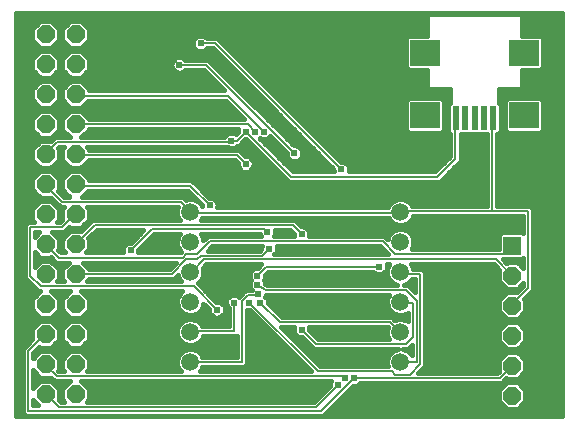
<source format=gbl>
G75*
G70*
%OFA0B0*%
%FSLAX24Y24*%
%IPPOS*%
%LPD*%
%AMOC8*
5,1,8,0,0,1.08239X$1,22.5*
%
%ADD10C,0.0594*%
%ADD11R,0.0984X0.0866*%
%ADD12R,0.0197X0.0787*%
%ADD13OC8,0.0600*%
%ADD14R,0.0600X0.0600*%
%ADD15C,0.0060*%
%ADD16C,0.0240*%
%ADD17C,0.0070*%
%ADD18C,0.0160*%
D10*
X006341Y002250D03*
X006341Y003250D03*
X006341Y004250D03*
X006341Y005250D03*
X006341Y006250D03*
X006341Y007250D03*
X013341Y007250D03*
X013341Y006250D03*
X013341Y005250D03*
X013341Y004250D03*
X013341Y003250D03*
X013341Y002250D03*
D11*
X014158Y010475D03*
X014158Y012562D03*
X017465Y012562D03*
X017465Y010475D03*
D12*
X016442Y010377D03*
X016127Y010377D03*
X015812Y010377D03*
X015497Y010377D03*
X015182Y010377D03*
D13*
X017066Y005134D03*
X017066Y004134D03*
X017066Y003134D03*
X017066Y002134D03*
X017066Y001134D03*
X002517Y001174D03*
X001517Y001174D03*
X001517Y002174D03*
X002517Y002174D03*
X002517Y003174D03*
X001517Y003174D03*
X001517Y004174D03*
X002517Y004174D03*
X002517Y005174D03*
X001517Y005174D03*
X001517Y006174D03*
X002517Y006174D03*
X002517Y007174D03*
X001517Y007174D03*
X001517Y008174D03*
X002517Y008174D03*
X002517Y009174D03*
X001517Y009174D03*
X001517Y010174D03*
X002517Y010174D03*
X002517Y011174D03*
X001517Y011174D03*
X001517Y012174D03*
X002517Y012174D03*
X002517Y013174D03*
X001517Y013174D03*
D14*
X017066Y006134D03*
D15*
X017066Y006094D01*
X016826Y005854D01*
X013166Y005854D01*
X012746Y006274D01*
X006986Y006274D01*
X006566Y005854D01*
X006206Y005854D01*
X006086Y005734D01*
X001946Y005734D01*
X001526Y006154D01*
X001517Y006174D01*
X000986Y006754D02*
X002066Y006754D01*
X002486Y007174D01*
X002517Y007174D01*
X002066Y007594D02*
X006026Y007594D01*
X006326Y007294D01*
X006341Y007250D01*
X006386Y007234D01*
X013286Y007234D01*
X013341Y007250D01*
X013346Y007294D01*
X016406Y007294D01*
X017606Y007294D01*
X017606Y004714D01*
X017066Y004174D01*
X017066Y004134D01*
X017066Y005134D02*
X016526Y005674D01*
X006806Y005674D01*
X006386Y005254D01*
X006341Y005250D01*
X006206Y005674D02*
X005726Y005194D01*
X002546Y005194D01*
X002517Y005174D01*
X001346Y004774D02*
X000986Y005134D01*
X000986Y006754D01*
X002066Y007594D02*
X001526Y008134D01*
X001517Y008174D01*
X002517Y008174D02*
X002546Y008134D01*
X006326Y008134D01*
X006986Y007474D01*
X008186Y008854D02*
X007886Y009154D01*
X002546Y009154D01*
X002517Y009174D01*
X001886Y009574D02*
X001526Y009214D01*
X001517Y009174D01*
X001886Y009574D02*
X007646Y009574D01*
X007706Y009634D01*
X007886Y009634D01*
X008186Y009934D01*
X009686Y008434D01*
X014396Y008434D01*
X016406Y007294D02*
X016406Y010354D01*
X016442Y010377D01*
X015182Y010377D02*
X015146Y010354D01*
X011366Y008674D02*
X007166Y012874D01*
X006686Y012874D01*
X006866Y012154D02*
X005966Y012154D01*
X006866Y012154D02*
X009806Y009214D01*
X008786Y009934D02*
X007586Y011134D01*
X002546Y011134D01*
X002517Y011174D01*
X002517Y010174D02*
X008246Y010174D01*
X008486Y009934D01*
X009746Y006814D02*
X003146Y006814D01*
X002546Y006214D01*
X002517Y006174D01*
X004346Y005974D02*
X005066Y006694D01*
X008786Y006694D01*
X008906Y006574D01*
X008966Y006034D02*
X008726Y005794D01*
X006686Y005794D01*
X006566Y005674D01*
X006206Y005674D01*
X006446Y004774D02*
X001346Y004774D01*
X001517Y003174D02*
X001466Y003154D01*
X000926Y002614D01*
X000926Y000634D01*
X010706Y000634D01*
X011786Y001714D01*
X016646Y001714D01*
X017066Y002134D01*
X014006Y002194D02*
X014006Y005194D01*
X013346Y005194D01*
X013341Y005250D01*
X013526Y004654D02*
X013886Y004294D01*
X013886Y002254D01*
X013346Y002254D01*
X013341Y002250D01*
X013046Y001954D02*
X013166Y001834D01*
X013646Y001834D01*
X014006Y002194D01*
X013526Y002854D02*
X013766Y003094D01*
X013766Y004234D01*
X013346Y004234D01*
X013341Y004250D01*
X013526Y004654D02*
X008846Y004654D01*
X008576Y004834D01*
X008576Y005134D02*
X008876Y005434D01*
X012626Y005434D01*
X012986Y003574D02*
X013286Y003274D01*
X013341Y003250D01*
X012986Y003574D02*
X009326Y003574D01*
X008666Y004234D01*
X008546Y004474D02*
X008246Y004474D01*
X008066Y004294D01*
X008066Y002254D01*
X006386Y002254D01*
X006341Y002250D01*
X006341Y003250D02*
X006386Y003274D01*
X007796Y003274D01*
X007796Y004234D01*
X008306Y004234D02*
X010586Y001954D01*
X013046Y001954D01*
X013526Y002854D02*
X010526Y002854D01*
X010046Y003334D01*
X008606Y004534D02*
X008546Y004474D01*
X007226Y003994D02*
X006446Y004774D01*
X009746Y006814D02*
X010046Y006514D01*
X011426Y001774D02*
X001886Y001774D01*
X001526Y002134D01*
X001517Y002174D01*
X001526Y001174D02*
X001517Y001174D01*
X001526Y001174D02*
X001946Y000754D01*
X010526Y000754D01*
X011246Y001474D01*
X011486Y001714D02*
X011426Y001774D01*
D16*
X011486Y001714D03*
X011246Y001474D03*
X011786Y001714D03*
X010046Y003334D03*
X008666Y004234D03*
X008606Y004534D03*
X008576Y004834D03*
X008576Y005134D03*
X008306Y004234D03*
X007796Y004234D03*
X007226Y003994D03*
X008966Y006034D03*
X008906Y006574D03*
X010046Y006514D03*
X012626Y005434D03*
X011366Y008674D03*
X009806Y009214D03*
X008786Y009934D03*
X008486Y009934D03*
X008186Y009934D03*
X007706Y009634D03*
X008186Y008854D03*
X006986Y007474D03*
X004346Y005974D03*
X005966Y012154D03*
X006686Y012874D03*
D17*
X014396Y008434D02*
X014576Y008434D01*
X015176Y009034D01*
X015176Y010371D01*
X015182Y010377D01*
D18*
X000533Y013896D02*
X000533Y000440D01*
X018714Y000440D01*
X018714Y013896D01*
X000533Y013896D01*
X000533Y013811D02*
X014216Y013811D01*
X014216Y013815D02*
X014216Y013135D01*
X013608Y013135D01*
X013526Y013053D01*
X013526Y012071D01*
X013608Y011989D01*
X014216Y011989D01*
X014216Y011407D01*
X014263Y011360D01*
X015003Y011360D01*
X015003Y010888D01*
X014943Y010828D01*
X014943Y009925D01*
X015001Y009868D01*
X015001Y009107D01*
X014503Y008609D01*
X014323Y008609D01*
X014318Y008604D01*
X011618Y008604D01*
X011626Y008623D01*
X011626Y008726D01*
X011586Y008822D01*
X011513Y008895D01*
X011417Y008934D01*
X011346Y008934D01*
X007336Y012945D01*
X007236Y013044D01*
X006883Y013044D01*
X006833Y013095D01*
X006737Y013134D01*
X006634Y013134D01*
X006538Y013095D01*
X006465Y013022D01*
X006426Y012926D01*
X006426Y012823D01*
X006465Y012727D01*
X006538Y012654D01*
X006634Y012614D01*
X006737Y012614D01*
X006833Y012654D01*
X006883Y012704D01*
X007095Y012704D01*
X011106Y008694D01*
X011106Y008623D01*
X011113Y008604D01*
X009756Y008604D01*
X008652Y009708D01*
X008734Y009674D01*
X008837Y009674D01*
X008933Y009714D01*
X008999Y009780D01*
X009546Y009234D01*
X009546Y009163D01*
X009585Y009067D01*
X009658Y008994D01*
X009754Y008954D01*
X009857Y008954D01*
X009953Y008994D01*
X010026Y009067D01*
X010066Y009163D01*
X010066Y009266D01*
X010026Y009362D01*
X009953Y009435D01*
X009857Y009474D01*
X009786Y009474D01*
X007036Y012225D01*
X006936Y012324D01*
X006163Y012324D01*
X006113Y012375D01*
X006017Y012414D01*
X005914Y012414D01*
X005818Y012375D01*
X005745Y012302D01*
X005706Y012206D01*
X005706Y012103D01*
X005745Y012007D01*
X005818Y011934D01*
X005914Y011894D01*
X006017Y011894D01*
X006113Y011934D01*
X006163Y011984D01*
X006795Y011984D01*
X007475Y011304D01*
X002957Y011304D01*
X002957Y011357D01*
X002699Y011614D01*
X002334Y011614D01*
X002077Y011357D01*
X002077Y010992D01*
X002334Y010734D01*
X002699Y010734D01*
X002929Y010964D01*
X007515Y010964D01*
X008135Y010344D01*
X002957Y010344D01*
X002957Y010357D01*
X002699Y010614D01*
X002334Y010614D01*
X002077Y010357D01*
X002077Y009992D01*
X002324Y009744D01*
X001815Y009744D01*
X001685Y009614D01*
X001334Y009614D01*
X001077Y009357D01*
X001077Y008992D01*
X001334Y008734D01*
X001699Y008734D01*
X001957Y008992D01*
X001957Y009357D01*
X001932Y009381D01*
X001956Y009404D01*
X002124Y009404D01*
X002077Y009357D01*
X002077Y008992D01*
X002334Y008734D01*
X002699Y008734D01*
X002949Y008984D01*
X007815Y008984D01*
X007926Y008874D01*
X007926Y008803D01*
X007965Y008707D01*
X008038Y008634D01*
X008134Y008594D01*
X008237Y008594D01*
X008333Y008634D01*
X008406Y008707D01*
X008446Y008803D01*
X008446Y008906D01*
X008406Y009002D01*
X008333Y009075D01*
X008237Y009114D01*
X008166Y009114D01*
X008056Y009225D01*
X007956Y009324D01*
X002957Y009324D01*
X002957Y009357D01*
X002909Y009404D01*
X007581Y009404D01*
X007654Y009374D01*
X007757Y009374D01*
X007853Y009414D01*
X007903Y009464D01*
X007956Y009464D01*
X008166Y009674D01*
X008205Y009674D01*
X009615Y008264D01*
X014318Y008264D01*
X014323Y008259D01*
X014648Y008259D01*
X015248Y008859D01*
X015351Y008962D01*
X015351Y009843D01*
X015653Y009843D01*
X015654Y009844D01*
X015655Y009843D01*
X015968Y009843D01*
X015969Y009844D01*
X015970Y009843D01*
X016236Y009843D01*
X016236Y007464D01*
X013725Y007464D01*
X013711Y007497D01*
X013588Y007620D01*
X013427Y007687D01*
X013254Y007687D01*
X013093Y007620D01*
X012970Y007497D01*
X012932Y007404D01*
X007238Y007404D01*
X007246Y007423D01*
X007246Y007526D01*
X007206Y007622D01*
X007133Y007695D01*
X007037Y007734D01*
X006966Y007734D01*
X006496Y008205D01*
X006396Y008304D01*
X002957Y008304D01*
X002957Y008357D01*
X002699Y008614D01*
X002334Y008614D01*
X002077Y008357D01*
X002077Y007992D01*
X002304Y007764D01*
X002136Y007764D01*
X001932Y007968D01*
X001957Y007992D01*
X001957Y008357D01*
X001699Y008614D01*
X001334Y008614D01*
X001077Y008357D01*
X001077Y007992D01*
X001334Y007734D01*
X001685Y007734D01*
X001896Y007524D01*
X001995Y007424D01*
X002144Y007424D01*
X002077Y007357D01*
X002077Y007006D01*
X001995Y006924D01*
X001889Y006924D01*
X001957Y006992D01*
X001957Y007357D01*
X001699Y007614D01*
X001334Y007614D01*
X001077Y007357D01*
X001077Y006992D01*
X001144Y006924D01*
X000915Y006924D01*
X000816Y006825D01*
X000816Y005064D01*
X000915Y004964D01*
X001275Y004604D01*
X001324Y004604D01*
X001077Y004357D01*
X001077Y003992D01*
X001334Y003734D01*
X001699Y003734D01*
X001957Y003992D01*
X001957Y004357D01*
X001709Y004604D01*
X002324Y004604D01*
X002077Y004357D01*
X002077Y003992D01*
X002334Y003734D01*
X002699Y003734D01*
X002957Y003992D01*
X002957Y004357D01*
X002709Y004604D01*
X006077Y004604D01*
X005970Y004497D01*
X005904Y004337D01*
X005904Y004163D01*
X005970Y004003D01*
X006093Y003880D01*
X006254Y003813D01*
X006427Y003813D01*
X006588Y003880D01*
X006711Y004003D01*
X006777Y004163D01*
X006777Y004202D01*
X006966Y004014D01*
X006966Y003943D01*
X007005Y003847D01*
X007078Y003774D01*
X007174Y003734D01*
X007277Y003734D01*
X007373Y003774D01*
X007446Y003847D01*
X007486Y003943D01*
X007486Y004046D01*
X007446Y004142D01*
X007373Y004215D01*
X007277Y004254D01*
X007206Y004254D01*
X006616Y004845D01*
X006583Y004878D01*
X006588Y004880D01*
X006711Y005003D01*
X006777Y005163D01*
X006777Y005337D01*
X006757Y005386D01*
X006876Y005504D01*
X008705Y005504D01*
X008595Y005394D01*
X008524Y005394D01*
X008428Y005355D01*
X008355Y005282D01*
X008316Y005186D01*
X008316Y005083D01*
X008355Y004987D01*
X008358Y004984D01*
X008355Y004982D01*
X008316Y004886D01*
X008316Y004783D01*
X008355Y004687D01*
X008378Y004664D01*
X008370Y004644D01*
X008175Y004644D01*
X007995Y004464D01*
X007964Y004434D01*
X007943Y004455D01*
X007847Y004494D01*
X007744Y004494D01*
X007648Y004455D01*
X007575Y004382D01*
X007536Y004286D01*
X007536Y004183D01*
X007575Y004087D01*
X007626Y004037D01*
X007626Y003444D01*
X006733Y003444D01*
X006711Y003497D01*
X006588Y003620D01*
X006427Y003687D01*
X006254Y003687D01*
X006093Y003620D01*
X005970Y003497D01*
X005904Y003337D01*
X005904Y003163D01*
X005970Y003003D01*
X006093Y002880D01*
X006254Y002813D01*
X006427Y002813D01*
X006588Y002880D01*
X006711Y003003D01*
X006753Y003104D01*
X007866Y003104D01*
X007896Y003134D01*
X007896Y002424D01*
X006741Y002424D01*
X006711Y002497D01*
X006588Y002620D01*
X006427Y002687D01*
X006254Y002687D01*
X006093Y002620D01*
X005970Y002497D01*
X005904Y002337D01*
X005904Y002163D01*
X005970Y002003D01*
X006028Y001944D01*
X002909Y001944D01*
X002957Y001992D01*
X002957Y002357D01*
X002699Y002614D01*
X002334Y002614D01*
X002077Y002357D01*
X002077Y001992D01*
X002124Y001944D01*
X001956Y001944D01*
X001932Y001968D01*
X001957Y001992D01*
X001957Y002357D01*
X001699Y002614D01*
X001334Y002614D01*
X001096Y002376D01*
X001096Y002544D01*
X001310Y002759D01*
X001334Y002734D01*
X001699Y002734D01*
X001957Y002992D01*
X001957Y003357D01*
X001699Y003614D01*
X001334Y003614D01*
X001077Y003357D01*
X001077Y003006D01*
X000855Y002784D01*
X000756Y002685D01*
X000756Y000564D01*
X000855Y000464D01*
X010776Y000464D01*
X011766Y001454D01*
X011837Y001454D01*
X011933Y001494D01*
X011983Y001544D01*
X016716Y001544D01*
X016875Y001703D01*
X016883Y001694D01*
X017248Y001694D01*
X017506Y001952D01*
X017506Y002317D01*
X017248Y002574D01*
X016883Y002574D01*
X016626Y002317D01*
X016626Y001952D01*
X016634Y001944D01*
X016575Y001884D01*
X013936Y001884D01*
X014076Y002024D01*
X014176Y002124D01*
X014176Y005265D01*
X014076Y005364D01*
X013766Y005364D01*
X013711Y005497D01*
X013704Y005504D01*
X016455Y005504D01*
X016634Y005325D01*
X016626Y005317D01*
X016626Y004952D01*
X016883Y004694D01*
X017248Y004694D01*
X017436Y004882D01*
X017436Y004785D01*
X017225Y004574D01*
X016883Y004574D01*
X016626Y004317D01*
X016626Y003952D01*
X016883Y003694D01*
X017248Y003694D01*
X017506Y003952D01*
X017506Y004317D01*
X017477Y004345D01*
X017676Y004544D01*
X017776Y004644D01*
X017776Y007365D01*
X017676Y007464D01*
X016576Y007464D01*
X016576Y009843D01*
X016598Y009843D01*
X016680Y009925D01*
X016680Y010828D01*
X016620Y010888D01*
X016620Y011360D01*
X017361Y011360D01*
X017407Y011407D01*
X017407Y011989D01*
X018015Y011989D01*
X018097Y012071D01*
X018097Y013053D01*
X018015Y013135D01*
X017407Y013135D01*
X017407Y013815D01*
X017361Y013862D01*
X014263Y013862D01*
X014216Y013815D01*
X014216Y013653D02*
X000533Y013653D01*
X000533Y013494D02*
X001214Y013494D01*
X001334Y013614D02*
X001077Y013357D01*
X001077Y012992D01*
X001334Y012734D01*
X001699Y012734D01*
X001957Y012992D01*
X001957Y013357D01*
X001699Y013614D01*
X001334Y013614D01*
X001077Y013336D02*
X000533Y013336D01*
X000533Y013177D02*
X001077Y013177D01*
X001077Y013019D02*
X000533Y013019D01*
X000533Y012860D02*
X001209Y012860D01*
X001334Y012614D02*
X001077Y012357D01*
X001077Y011992D01*
X001334Y011734D01*
X001699Y011734D01*
X001957Y011992D01*
X001957Y012357D01*
X001699Y012614D01*
X001334Y012614D01*
X001263Y012543D02*
X000533Y012543D01*
X000533Y012385D02*
X001104Y012385D01*
X001077Y012226D02*
X000533Y012226D01*
X000533Y012068D02*
X001077Y012068D01*
X001160Y011909D02*
X000533Y011909D01*
X000533Y011751D02*
X001318Y011751D01*
X001334Y011614D02*
X001077Y011357D01*
X001077Y010992D01*
X001334Y010734D01*
X001699Y010734D01*
X001957Y010992D01*
X001957Y011357D01*
X001699Y011614D01*
X001334Y011614D01*
X001312Y011592D02*
X000533Y011592D01*
X000533Y011434D02*
X001153Y011434D01*
X001077Y011275D02*
X000533Y011275D01*
X000533Y011117D02*
X001077Y011117D01*
X001111Y010958D02*
X000533Y010958D01*
X000533Y010800D02*
X001269Y010800D01*
X001334Y010614D02*
X001077Y010357D01*
X001077Y009992D01*
X001334Y009734D01*
X001699Y009734D01*
X001957Y009992D01*
X001957Y010357D01*
X001699Y010614D01*
X001334Y010614D01*
X001202Y010483D02*
X000533Y010483D01*
X000533Y010641D02*
X007839Y010641D01*
X007997Y010483D02*
X002831Y010483D01*
X002764Y010800D02*
X007680Y010800D01*
X007522Y010958D02*
X002922Y010958D01*
X002880Y011434D02*
X007346Y011434D01*
X007188Y011592D02*
X002721Y011592D01*
X002699Y011734D02*
X002957Y011992D01*
X002957Y012357D01*
X002699Y012614D01*
X002334Y012614D01*
X002077Y012357D01*
X002077Y011992D01*
X002334Y011734D01*
X002699Y011734D01*
X002715Y011751D02*
X007029Y011751D01*
X006871Y011909D02*
X006052Y011909D01*
X005879Y011909D02*
X002873Y011909D01*
X002957Y012068D02*
X005720Y012068D01*
X005714Y012226D02*
X002957Y012226D01*
X002929Y012385D02*
X005841Y012385D01*
X006090Y012385D02*
X007415Y012385D01*
X007257Y012543D02*
X002770Y012543D01*
X002699Y012734D02*
X002957Y012992D01*
X002957Y013357D01*
X002699Y013614D01*
X002334Y013614D01*
X002077Y013357D01*
X002077Y012992D01*
X002334Y012734D01*
X002699Y012734D01*
X002824Y012860D02*
X006426Y012860D01*
X006464Y013019D02*
X002957Y013019D01*
X002957Y013177D02*
X014216Y013177D01*
X014216Y013336D02*
X002957Y013336D01*
X002819Y013494D02*
X014216Y013494D01*
X013526Y013019D02*
X007262Y013019D01*
X007420Y012860D02*
X013526Y012860D01*
X013526Y012702D02*
X007579Y012702D01*
X007737Y012543D02*
X013526Y012543D01*
X013526Y012385D02*
X007896Y012385D01*
X008054Y012226D02*
X013526Y012226D01*
X013529Y012068D02*
X008213Y012068D01*
X008371Y011909D02*
X014216Y011909D01*
X014216Y011751D02*
X008530Y011751D01*
X008688Y011592D02*
X014216Y011592D01*
X014216Y011434D02*
X008847Y011434D01*
X009005Y011275D02*
X015003Y011275D01*
X015003Y011117D02*
X009164Y011117D01*
X009322Y010958D02*
X013526Y010958D01*
X013526Y010966D02*
X013526Y009984D01*
X013608Y009902D01*
X014708Y009902D01*
X014790Y009984D01*
X014790Y010966D01*
X014708Y011048D01*
X013608Y011048D01*
X013526Y010966D01*
X013526Y010800D02*
X009481Y010800D01*
X009639Y010641D02*
X013526Y010641D01*
X013526Y010483D02*
X009798Y010483D01*
X009956Y010324D02*
X013526Y010324D01*
X013526Y010166D02*
X010115Y010166D01*
X010273Y010007D02*
X013526Y010007D01*
X014790Y010007D02*
X014943Y010007D01*
X014943Y010166D02*
X014790Y010166D01*
X014790Y010324D02*
X014943Y010324D01*
X014943Y010483D02*
X014790Y010483D01*
X014790Y010641D02*
X014943Y010641D01*
X014943Y010800D02*
X014790Y010800D01*
X014790Y010958D02*
X015003Y010958D01*
X015001Y009849D02*
X010432Y009849D01*
X010590Y009690D02*
X015001Y009690D01*
X015001Y009532D02*
X010749Y009532D01*
X010907Y009373D02*
X015001Y009373D01*
X015001Y009215D02*
X011066Y009215D01*
X011224Y009056D02*
X014950Y009056D01*
X014791Y008898D02*
X011507Y008898D01*
X011620Y008739D02*
X014633Y008739D01*
X014811Y008422D02*
X016236Y008422D01*
X016236Y008264D02*
X014652Y008264D01*
X014319Y008264D02*
X006437Y008264D01*
X006595Y008105D02*
X016236Y008105D01*
X016236Y007947D02*
X006754Y007947D01*
X006912Y007788D02*
X016236Y007788D01*
X016236Y007630D02*
X013566Y007630D01*
X013722Y007471D02*
X016236Y007471D01*
X016576Y007471D02*
X018714Y007471D01*
X018714Y007313D02*
X017776Y007313D01*
X017776Y007154D02*
X018714Y007154D01*
X018714Y006996D02*
X017776Y006996D01*
X017776Y006837D02*
X018714Y006837D01*
X018714Y006679D02*
X017776Y006679D01*
X017776Y006520D02*
X018714Y006520D01*
X018714Y006362D02*
X017776Y006362D01*
X017776Y006203D02*
X018714Y006203D01*
X018714Y006045D02*
X017776Y006045D01*
X017776Y005886D02*
X018714Y005886D01*
X018714Y005728D02*
X017776Y005728D01*
X017776Y005569D02*
X018714Y005569D01*
X018714Y005411D02*
X017776Y005411D01*
X017776Y005252D02*
X018714Y005252D01*
X018714Y005094D02*
X017776Y005094D01*
X017776Y004935D02*
X018714Y004935D01*
X018714Y004777D02*
X017776Y004777D01*
X017749Y004618D02*
X018714Y004618D01*
X018714Y004460D02*
X017591Y004460D01*
X017506Y004301D02*
X018714Y004301D01*
X018714Y004143D02*
X017506Y004143D01*
X017506Y003984D02*
X018714Y003984D01*
X018714Y003826D02*
X017379Y003826D01*
X017248Y003574D02*
X016883Y003574D01*
X016626Y003317D01*
X016626Y002952D01*
X016883Y002694D01*
X017248Y002694D01*
X017506Y002952D01*
X017506Y003317D01*
X017248Y003574D01*
X017314Y003509D02*
X018714Y003509D01*
X018714Y003667D02*
X014176Y003667D01*
X014176Y003509D02*
X016817Y003509D01*
X016659Y003350D02*
X014176Y003350D01*
X014176Y003192D02*
X016626Y003192D01*
X016626Y003033D02*
X014176Y003033D01*
X014176Y002875D02*
X016703Y002875D01*
X016862Y002716D02*
X014176Y002716D01*
X014176Y002558D02*
X016866Y002558D01*
X016708Y002399D02*
X014176Y002399D01*
X014176Y002241D02*
X016626Y002241D01*
X016626Y002082D02*
X014133Y002082D01*
X013975Y001924D02*
X016614Y001924D01*
X016778Y001607D02*
X018714Y001607D01*
X018714Y001765D02*
X017318Y001765D01*
X017477Y001924D02*
X018714Y001924D01*
X018714Y002082D02*
X017506Y002082D01*
X017506Y002241D02*
X018714Y002241D01*
X018714Y002399D02*
X017423Y002399D01*
X017265Y002558D02*
X018714Y002558D01*
X018714Y002716D02*
X017269Y002716D01*
X017428Y002875D02*
X018714Y002875D01*
X018714Y003033D02*
X017506Y003033D01*
X017506Y003192D02*
X018714Y003192D01*
X018714Y003350D02*
X017472Y003350D01*
X016752Y003826D02*
X014176Y003826D01*
X014176Y003984D02*
X016626Y003984D01*
X016626Y004143D02*
X014176Y004143D01*
X014176Y004301D02*
X016626Y004301D01*
X016768Y004460D02*
X014176Y004460D01*
X014176Y004618D02*
X017269Y004618D01*
X017330Y004777D02*
X017427Y004777D01*
X016801Y004777D02*
X014176Y004777D01*
X014176Y004935D02*
X016643Y004935D01*
X016626Y005094D02*
X014176Y005094D01*
X014176Y005252D02*
X016626Y005252D01*
X016549Y005411D02*
X013747Y005411D01*
X013720Y005024D02*
X013836Y005024D01*
X013836Y004585D01*
X013596Y004824D01*
X013455Y004824D01*
X013588Y004880D01*
X013711Y005003D01*
X013720Y005024D01*
X013643Y004935D02*
X013836Y004935D01*
X013836Y004777D02*
X013644Y004777D01*
X013802Y004618D02*
X013836Y004618D01*
X013226Y004824D02*
X008897Y004824D01*
X008836Y004865D01*
X008836Y004886D01*
X008796Y004982D01*
X008793Y004984D01*
X008796Y004987D01*
X008836Y005083D01*
X008836Y005154D01*
X008946Y005264D01*
X012428Y005264D01*
X012478Y005214D01*
X012574Y005174D01*
X012677Y005174D01*
X012773Y005214D01*
X012846Y005287D01*
X012886Y005383D01*
X012886Y005486D01*
X012878Y005504D01*
X012977Y005504D01*
X012970Y005497D01*
X012904Y005337D01*
X012904Y005163D01*
X012970Y005003D01*
X013093Y004880D01*
X013226Y004824D01*
X013038Y004935D02*
X008815Y004935D01*
X008836Y005094D02*
X012933Y005094D01*
X012904Y005252D02*
X012811Y005252D01*
X012886Y005411D02*
X012934Y005411D01*
X012935Y005844D02*
X009143Y005844D01*
X009186Y005887D01*
X009226Y005983D01*
X009226Y006086D01*
X009218Y006104D01*
X012675Y006104D01*
X012935Y005844D01*
X012894Y005886D02*
X009185Y005886D01*
X009226Y006045D02*
X012735Y006045D01*
X012910Y006351D02*
X012816Y006444D01*
X010298Y006444D01*
X010306Y006463D01*
X010306Y006566D01*
X010266Y006662D01*
X010193Y006735D01*
X010097Y006774D01*
X010026Y006774D01*
X009916Y006885D01*
X009816Y006984D01*
X006693Y006984D01*
X006711Y007003D01*
X006737Y007064D01*
X012945Y007064D01*
X012970Y007003D01*
X013093Y006880D01*
X013254Y006813D01*
X013427Y006813D01*
X013588Y006880D01*
X013711Y007003D01*
X013761Y007124D01*
X017436Y007124D01*
X017436Y006562D01*
X017424Y006574D01*
X016708Y006574D01*
X016626Y006492D01*
X016626Y006024D01*
X013720Y006024D01*
X013777Y006163D01*
X013777Y006337D01*
X013711Y006497D01*
X013588Y006620D01*
X013427Y006687D01*
X013254Y006687D01*
X013093Y006620D01*
X012970Y006497D01*
X012910Y006351D01*
X012914Y006362D02*
X012899Y006362D01*
X012993Y006520D02*
X010306Y006520D01*
X010249Y006679D02*
X013234Y006679D01*
X013196Y006837D02*
X009963Y006837D01*
X009675Y006644D02*
X009786Y006534D01*
X009786Y006463D01*
X009793Y006444D01*
X009133Y006444D01*
X009166Y006523D01*
X009166Y006626D01*
X009158Y006644D01*
X009675Y006644D01*
X009786Y006520D02*
X009164Y006520D01*
X008678Y006444D02*
X006915Y006444D01*
X006816Y006345D01*
X006777Y006307D01*
X006777Y006337D01*
X006711Y006497D01*
X006684Y006524D01*
X008646Y006524D01*
X008646Y006523D01*
X008678Y006444D01*
X008647Y006520D02*
X006688Y006520D01*
X006767Y006362D02*
X006832Y006362D01*
X006816Y006345D02*
X006816Y006345D01*
X007056Y006104D02*
X008713Y006104D01*
X008706Y006086D01*
X008706Y006015D01*
X008655Y005964D01*
X006916Y005964D01*
X007056Y006104D01*
X006996Y006045D02*
X008706Y006045D01*
X008611Y005411D02*
X006782Y005411D01*
X006777Y005252D02*
X008343Y005252D01*
X008316Y005094D02*
X006749Y005094D01*
X006643Y004935D02*
X008336Y004935D01*
X008318Y004777D02*
X006684Y004777D01*
X006842Y004618D02*
X008149Y004618D01*
X007990Y004460D02*
X007932Y004460D01*
X007659Y004460D02*
X007001Y004460D01*
X007159Y004301D02*
X007542Y004301D01*
X007552Y004143D02*
X007445Y004143D01*
X007486Y003984D02*
X007626Y003984D01*
X007626Y003826D02*
X007424Y003826D01*
X007626Y003667D02*
X006475Y003667D01*
X006457Y003826D02*
X007027Y003826D01*
X006966Y003984D02*
X006692Y003984D01*
X006769Y004143D02*
X006837Y004143D01*
X006224Y003826D02*
X002790Y003826D01*
X002948Y003984D02*
X005989Y003984D01*
X005912Y004143D02*
X002957Y004143D01*
X002957Y004301D02*
X005904Y004301D01*
X005955Y004460D02*
X002854Y004460D01*
X002909Y004944D02*
X002957Y004992D01*
X002957Y005024D01*
X005796Y005024D01*
X005896Y005124D01*
X005913Y005141D01*
X005970Y005003D01*
X006028Y004944D01*
X002909Y004944D01*
X002949Y005364D02*
X002749Y005564D01*
X005855Y005564D01*
X005655Y005364D01*
X002949Y005364D01*
X002903Y005411D02*
X005701Y005411D01*
X005865Y005094D02*
X005933Y005094D01*
X006015Y005904D02*
X004598Y005904D01*
X004606Y005923D01*
X004606Y005994D01*
X005136Y006524D01*
X005997Y006524D01*
X005970Y006497D01*
X005904Y006337D01*
X005904Y006163D01*
X005970Y006003D01*
X006042Y005931D01*
X006015Y005904D01*
X005953Y006045D02*
X004656Y006045D01*
X004815Y006203D02*
X005904Y006203D01*
X005914Y006362D02*
X004973Y006362D01*
X005132Y006520D02*
X005993Y006520D01*
X005988Y006984D02*
X003075Y006984D01*
X002702Y006611D01*
X002699Y006614D01*
X002334Y006614D01*
X002077Y006357D01*
X002077Y005992D01*
X002164Y005904D01*
X002016Y005904D01*
X001942Y005978D01*
X001957Y005992D01*
X001957Y006357D01*
X001729Y006584D01*
X002136Y006584D01*
X002310Y006759D01*
X002334Y006734D01*
X002699Y006734D01*
X002957Y006992D01*
X002957Y007357D01*
X002889Y007424D01*
X005940Y007424D01*
X005904Y007337D01*
X005904Y007163D01*
X005970Y007003D01*
X005988Y006984D01*
X005977Y006996D02*
X002957Y006996D01*
X002957Y007154D02*
X005908Y007154D01*
X005904Y007313D02*
X002957Y007313D01*
X002729Y007764D02*
X002929Y007964D01*
X006255Y007964D01*
X006726Y007494D01*
X006726Y007462D01*
X006711Y007497D01*
X006588Y007620D01*
X006427Y007687D01*
X006254Y007687D01*
X006197Y007663D01*
X006096Y007764D01*
X002729Y007764D01*
X002752Y007788D02*
X006432Y007788D01*
X006566Y007630D02*
X006590Y007630D01*
X006722Y007471D02*
X006726Y007471D01*
X007198Y007630D02*
X013115Y007630D01*
X012959Y007471D02*
X007246Y007471D01*
X006704Y006996D02*
X012977Y006996D01*
X013485Y006837D02*
X017436Y006837D01*
X017436Y006679D02*
X013448Y006679D01*
X013688Y006520D02*
X016653Y006520D01*
X016626Y006362D02*
X013767Y006362D01*
X013777Y006203D02*
X016626Y006203D01*
X016626Y006045D02*
X013728Y006045D01*
X013704Y006996D02*
X017436Y006996D01*
X016576Y007630D02*
X018714Y007630D01*
X018714Y007788D02*
X016576Y007788D01*
X016576Y007947D02*
X018714Y007947D01*
X018714Y008105D02*
X016576Y008105D01*
X016576Y008264D02*
X018714Y008264D01*
X018714Y008422D02*
X016576Y008422D01*
X016576Y008581D02*
X018714Y008581D01*
X018714Y008739D02*
X016576Y008739D01*
X016576Y008898D02*
X018714Y008898D01*
X018714Y009056D02*
X016576Y009056D01*
X016576Y009215D02*
X018714Y009215D01*
X018714Y009373D02*
X016576Y009373D01*
X016576Y009532D02*
X018714Y009532D01*
X018714Y009690D02*
X016576Y009690D01*
X016603Y009849D02*
X018714Y009849D01*
X018714Y010007D02*
X018097Y010007D01*
X018097Y009984D02*
X018097Y010966D01*
X018015Y011048D01*
X016915Y011048D01*
X016833Y010966D01*
X016833Y009984D01*
X016915Y009902D01*
X018015Y009902D01*
X018097Y009984D01*
X018097Y010166D02*
X018714Y010166D01*
X018714Y010324D02*
X018097Y010324D01*
X018097Y010483D02*
X018714Y010483D01*
X018714Y010641D02*
X018097Y010641D01*
X018097Y010800D02*
X018714Y010800D01*
X018714Y010958D02*
X018097Y010958D01*
X018714Y011117D02*
X016620Y011117D01*
X016620Y011275D02*
X018714Y011275D01*
X018714Y011434D02*
X017407Y011434D01*
X017407Y011592D02*
X018714Y011592D01*
X018714Y011751D02*
X017407Y011751D01*
X017407Y011909D02*
X018714Y011909D01*
X018714Y012068D02*
X018094Y012068D01*
X018097Y012226D02*
X018714Y012226D01*
X018714Y012385D02*
X018097Y012385D01*
X018097Y012543D02*
X018714Y012543D01*
X018714Y012702D02*
X018097Y012702D01*
X018097Y012860D02*
X018714Y012860D01*
X018714Y013019D02*
X018097Y013019D01*
X018714Y013177D02*
X017407Y013177D01*
X017407Y013336D02*
X018714Y013336D01*
X018714Y013494D02*
X017407Y013494D01*
X017407Y013653D02*
X018714Y013653D01*
X018714Y013811D02*
X017407Y013811D01*
X016833Y010958D02*
X016620Y010958D01*
X016680Y010800D02*
X016833Y010800D01*
X016833Y010641D02*
X016680Y010641D01*
X016680Y010483D02*
X016833Y010483D01*
X016833Y010324D02*
X016680Y010324D01*
X016680Y010166D02*
X016833Y010166D01*
X016833Y010007D02*
X016680Y010007D01*
X016236Y009690D02*
X015351Y009690D01*
X015351Y009532D02*
X016236Y009532D01*
X016236Y009373D02*
X015351Y009373D01*
X015351Y009215D02*
X016236Y009215D01*
X016236Y009056D02*
X015351Y009056D01*
X015286Y008898D02*
X016236Y008898D01*
X016236Y008739D02*
X015128Y008739D01*
X014969Y008581D02*
X016236Y008581D01*
X016756Y005684D02*
X016896Y005684D01*
X016906Y005694D01*
X017424Y005694D01*
X017436Y005706D01*
X017436Y005387D01*
X017248Y005574D01*
X016883Y005574D01*
X016875Y005566D01*
X016756Y005684D01*
X016871Y005569D02*
X016878Y005569D01*
X017253Y005569D02*
X017436Y005569D01*
X017436Y005411D02*
X017412Y005411D01*
X013716Y002804D02*
X013716Y002486D01*
X013711Y002497D01*
X013588Y002620D01*
X013433Y002684D01*
X013596Y002684D01*
X013716Y002804D01*
X013716Y002716D02*
X013627Y002716D01*
X013651Y002558D02*
X013716Y002558D01*
X013248Y002684D02*
X013093Y002620D01*
X012970Y002497D01*
X012904Y002337D01*
X012904Y002163D01*
X012920Y002124D01*
X010656Y002124D01*
X009376Y003404D01*
X009793Y003404D01*
X009786Y003386D01*
X009786Y003283D01*
X009825Y003187D01*
X009898Y003114D01*
X009994Y003074D01*
X010065Y003074D01*
X010356Y002784D01*
X010455Y002684D01*
X013248Y002684D01*
X013030Y002558D02*
X010223Y002558D01*
X010064Y002716D02*
X010424Y002716D01*
X010265Y002875D02*
X009906Y002875D01*
X009747Y003033D02*
X010107Y003033D01*
X009823Y003192D02*
X009589Y003192D01*
X009430Y003350D02*
X009786Y003350D01*
X010298Y003404D02*
X012915Y003404D01*
X012927Y003393D01*
X012904Y003337D01*
X012904Y003163D01*
X012961Y003024D01*
X010596Y003024D01*
X010306Y003315D01*
X010306Y003386D01*
X010298Y003404D01*
X010306Y003350D02*
X012909Y003350D01*
X012904Y003192D02*
X010429Y003192D01*
X010587Y003033D02*
X012958Y003033D01*
X013155Y003646D02*
X013056Y003744D01*
X009396Y003744D01*
X008926Y004215D01*
X008926Y004286D01*
X008886Y004382D01*
X008842Y004426D01*
X008866Y004483D01*
X008866Y004484D01*
X012965Y004484D01*
X012904Y004337D01*
X012904Y004163D01*
X012970Y004003D01*
X013093Y003880D01*
X013254Y003813D01*
X013427Y003813D01*
X013588Y003880D01*
X013596Y003887D01*
X013596Y003613D01*
X013588Y003620D01*
X013427Y003687D01*
X013254Y003687D01*
X013155Y003646D01*
X013133Y003667D02*
X013206Y003667D01*
X013224Y003826D02*
X009315Y003826D01*
X009156Y003984D02*
X012989Y003984D01*
X012912Y004143D02*
X008998Y004143D01*
X008919Y004301D02*
X012904Y004301D01*
X012955Y004460D02*
X008856Y004460D01*
X008325Y003974D02*
X010355Y001944D01*
X006653Y001944D01*
X006711Y002003D01*
X006745Y002084D01*
X008136Y002084D01*
X008236Y002184D01*
X008236Y003982D01*
X008254Y003974D01*
X008325Y003974D01*
X008236Y003826D02*
X008474Y003826D01*
X008633Y003667D02*
X008236Y003667D01*
X008236Y003509D02*
X008791Y003509D01*
X008950Y003350D02*
X008236Y003350D01*
X008236Y003192D02*
X009108Y003192D01*
X009267Y003033D02*
X008236Y003033D01*
X008236Y002875D02*
X009425Y002875D01*
X009584Y002716D02*
X008236Y002716D01*
X008236Y002558D02*
X009742Y002558D01*
X009901Y002399D02*
X008236Y002399D01*
X008236Y002241D02*
X010059Y002241D01*
X010218Y002082D02*
X006744Y002082D01*
X006651Y002558D02*
X007896Y002558D01*
X007896Y002716D02*
X001267Y002716D01*
X001277Y002558D02*
X001109Y002558D01*
X001096Y002399D02*
X001119Y002399D01*
X000756Y002399D02*
X000533Y002399D01*
X000533Y002241D02*
X000756Y002241D01*
X000756Y002082D02*
X000533Y002082D01*
X000533Y001924D02*
X000756Y001924D01*
X000756Y001765D02*
X000533Y001765D01*
X000533Y001607D02*
X000756Y001607D01*
X000756Y001448D02*
X000533Y001448D01*
X000533Y001290D02*
X000756Y001290D01*
X000756Y001131D02*
X000533Y001131D01*
X000533Y000973D02*
X000756Y000973D01*
X000756Y000814D02*
X000533Y000814D01*
X000533Y000656D02*
X000756Y000656D01*
X000823Y000497D02*
X000533Y000497D01*
X001096Y000804D02*
X001096Y000973D01*
X001264Y000804D01*
X001096Y000804D01*
X001096Y000814D02*
X001255Y000814D01*
X001096Y000973D02*
X001096Y000973D01*
X001096Y001376D02*
X001096Y001973D01*
X001334Y001734D01*
X001685Y001734D01*
X001815Y001604D01*
X002324Y001604D01*
X002077Y001357D01*
X002077Y000992D01*
X002144Y000924D01*
X002016Y000924D01*
X001952Y000988D01*
X001957Y000992D01*
X001957Y001357D01*
X001699Y001614D01*
X001334Y001614D01*
X001096Y001376D01*
X001096Y001448D02*
X001168Y001448D01*
X001096Y001607D02*
X001326Y001607D01*
X001304Y001765D02*
X001096Y001765D01*
X001096Y001924D02*
X001145Y001924D01*
X001707Y001607D02*
X001813Y001607D01*
X001865Y001448D02*
X002168Y001448D01*
X002077Y001290D02*
X001957Y001290D01*
X001957Y001131D02*
X002077Y001131D01*
X002096Y000973D02*
X001968Y000973D01*
X002865Y001448D02*
X010979Y001448D01*
X010986Y001455D02*
X010455Y000924D01*
X002889Y000924D01*
X002957Y000992D01*
X002957Y001357D01*
X002709Y001604D01*
X011018Y001604D01*
X010986Y001526D01*
X010986Y001455D01*
X010820Y001290D02*
X002957Y001290D01*
X002957Y001131D02*
X010662Y001131D01*
X010503Y000973D02*
X002937Y000973D01*
X002957Y002082D02*
X005937Y002082D01*
X005904Y002241D02*
X002957Y002241D01*
X002914Y002399D02*
X005929Y002399D01*
X006030Y002558D02*
X002756Y002558D01*
X002699Y002734D02*
X002334Y002734D01*
X002077Y002992D01*
X002077Y003357D01*
X002334Y003614D01*
X002699Y003614D01*
X002957Y003357D01*
X002957Y002992D01*
X002699Y002734D01*
X002839Y002875D02*
X006106Y002875D01*
X005958Y003033D02*
X002957Y003033D01*
X002957Y003192D02*
X005904Y003192D01*
X005909Y003350D02*
X002957Y003350D01*
X002805Y003509D02*
X005981Y003509D01*
X006206Y003667D02*
X000533Y003667D01*
X000533Y003509D02*
X001228Y003509D01*
X001077Y003350D02*
X000533Y003350D01*
X000533Y003192D02*
X001077Y003192D01*
X001077Y003033D02*
X000533Y003033D01*
X000533Y002875D02*
X000945Y002875D01*
X000787Y002716D02*
X000533Y002716D01*
X000533Y002558D02*
X000756Y002558D01*
X001756Y002558D02*
X002277Y002558D01*
X002119Y002399D02*
X001914Y002399D01*
X001957Y002241D02*
X002077Y002241D01*
X002077Y002082D02*
X001957Y002082D01*
X001839Y002875D02*
X002194Y002875D01*
X002077Y003033D02*
X001957Y003033D01*
X001957Y003192D02*
X002077Y003192D01*
X002077Y003350D02*
X001957Y003350D01*
X001805Y003509D02*
X002228Y003509D01*
X002243Y003826D02*
X001790Y003826D01*
X001948Y003984D02*
X002085Y003984D01*
X002077Y004143D02*
X001957Y004143D01*
X001957Y004301D02*
X002077Y004301D01*
X002179Y004460D02*
X001854Y004460D01*
X001909Y004944D02*
X001957Y004992D01*
X001957Y005357D01*
X001699Y005614D01*
X001334Y005614D01*
X001156Y005436D01*
X001156Y005913D01*
X001334Y005734D01*
X001699Y005734D01*
X001702Y005738D01*
X001776Y005664D01*
X001875Y005564D01*
X002284Y005564D01*
X002077Y005357D01*
X002077Y004992D01*
X002124Y004944D01*
X001909Y004944D01*
X001957Y005094D02*
X002077Y005094D01*
X002077Y005252D02*
X001957Y005252D01*
X001903Y005411D02*
X002130Y005411D01*
X001871Y005569D02*
X001744Y005569D01*
X001712Y005728D02*
X001156Y005728D01*
X001156Y005569D02*
X001289Y005569D01*
X000816Y005569D02*
X000533Y005569D01*
X000533Y005411D02*
X000816Y005411D01*
X000816Y005252D02*
X000533Y005252D01*
X000533Y005094D02*
X000816Y005094D01*
X000945Y004935D02*
X000533Y004935D01*
X000533Y004777D02*
X001103Y004777D01*
X001262Y004618D02*
X000533Y004618D01*
X000533Y004460D02*
X001179Y004460D01*
X001077Y004301D02*
X000533Y004301D01*
X000533Y004143D02*
X001077Y004143D01*
X001085Y003984D02*
X000533Y003984D01*
X000533Y003826D02*
X001243Y003826D01*
X000816Y005728D02*
X000533Y005728D01*
X000533Y005886D02*
X000816Y005886D01*
X000816Y006045D02*
X000533Y006045D01*
X000533Y006203D02*
X000816Y006203D01*
X000816Y006362D02*
X000533Y006362D01*
X000533Y006520D02*
X000816Y006520D01*
X000816Y006679D02*
X000533Y006679D01*
X000533Y006837D02*
X000828Y006837D01*
X001077Y006996D02*
X000533Y006996D01*
X000533Y007154D02*
X001077Y007154D01*
X001077Y007313D02*
X000533Y007313D01*
X000533Y007471D02*
X001191Y007471D01*
X001281Y007788D02*
X000533Y007788D01*
X000533Y007630D02*
X001790Y007630D01*
X001842Y007471D02*
X001949Y007471D01*
X001957Y007313D02*
X002077Y007313D01*
X002077Y007154D02*
X001957Y007154D01*
X001957Y006996D02*
X002066Y006996D01*
X002230Y006679D02*
X002769Y006679D01*
X002801Y006837D02*
X002928Y006837D01*
X003216Y006644D02*
X004775Y006644D01*
X004365Y006234D01*
X004294Y006234D01*
X004198Y006195D01*
X004125Y006122D01*
X004086Y006026D01*
X004086Y005923D01*
X004093Y005904D01*
X002869Y005904D01*
X002957Y005992D01*
X002957Y006357D01*
X002942Y006371D01*
X003216Y006644D01*
X003091Y006520D02*
X004651Y006520D01*
X004492Y006362D02*
X002952Y006362D01*
X002957Y006203D02*
X004218Y006203D01*
X004093Y006045D02*
X002957Y006045D01*
X002240Y006520D02*
X001793Y006520D01*
X001952Y006362D02*
X002081Y006362D01*
X002077Y006203D02*
X001957Y006203D01*
X001957Y006045D02*
X002077Y006045D01*
X001183Y005886D02*
X001156Y005886D01*
X001156Y006436D02*
X001304Y006584D01*
X001156Y006584D01*
X001156Y006436D01*
X001156Y006520D02*
X001240Y006520D01*
X002112Y007788D02*
X002281Y007788D01*
X002122Y007947D02*
X001954Y007947D01*
X001957Y008105D02*
X002077Y008105D01*
X002077Y008264D02*
X001957Y008264D01*
X001891Y008422D02*
X002142Y008422D01*
X002300Y008581D02*
X001733Y008581D01*
X001703Y008739D02*
X002330Y008739D01*
X002171Y008898D02*
X001862Y008898D01*
X001957Y009056D02*
X002077Y009056D01*
X002077Y009215D02*
X001957Y009215D01*
X001940Y009373D02*
X002093Y009373D01*
X001761Y009690D02*
X000533Y009690D01*
X000533Y009532D02*
X001251Y009532D01*
X001093Y009373D02*
X000533Y009373D01*
X000533Y009215D02*
X001077Y009215D01*
X001077Y009056D02*
X000533Y009056D01*
X000533Y008898D02*
X001171Y008898D01*
X001330Y008739D02*
X000533Y008739D01*
X000533Y008581D02*
X001300Y008581D01*
X001142Y008422D02*
X000533Y008422D01*
X000533Y008264D02*
X001077Y008264D01*
X001077Y008105D02*
X000533Y008105D01*
X000533Y007947D02*
X001122Y007947D01*
X002733Y008581D02*
X009299Y008581D01*
X009141Y008739D02*
X008419Y008739D01*
X008446Y008898D02*
X008982Y008898D01*
X008824Y009056D02*
X008352Y009056D01*
X008066Y009215D02*
X008665Y009215D01*
X008507Y009373D02*
X002940Y009373D01*
X002709Y009744D02*
X002957Y009992D01*
X002957Y010004D01*
X007933Y010004D01*
X007926Y009986D01*
X007926Y009915D01*
X007859Y009849D01*
X007853Y009855D01*
X007757Y009894D01*
X007654Y009894D01*
X007558Y009855D01*
X007485Y009782D01*
X007470Y009744D01*
X002709Y009744D01*
X002813Y009849D02*
X007552Y009849D01*
X008023Y009532D02*
X008348Y009532D01*
X008670Y009690D02*
X008696Y009690D01*
X008875Y009690D02*
X009090Y009690D01*
X009248Y009532D02*
X008829Y009532D01*
X008987Y009373D02*
X009407Y009373D01*
X009546Y009215D02*
X009146Y009215D01*
X009304Y009056D02*
X009596Y009056D01*
X009463Y008898D02*
X010902Y008898D01*
X010744Y009056D02*
X010015Y009056D01*
X010066Y009215D02*
X010585Y009215D01*
X010427Y009373D02*
X010015Y009373D01*
X010268Y009532D02*
X009729Y009532D01*
X009570Y009690D02*
X010110Y009690D01*
X009951Y009849D02*
X009412Y009849D01*
X009253Y010007D02*
X009793Y010007D01*
X009634Y010166D02*
X009095Y010166D01*
X008936Y010324D02*
X009476Y010324D01*
X009317Y010483D02*
X008778Y010483D01*
X008619Y010641D02*
X009159Y010641D01*
X009000Y010800D02*
X008461Y010800D01*
X008302Y010958D02*
X008842Y010958D01*
X008683Y011117D02*
X008144Y011117D01*
X007985Y011275D02*
X008525Y011275D01*
X008366Y011434D02*
X007827Y011434D01*
X007668Y011592D02*
X008208Y011592D01*
X008049Y011751D02*
X007510Y011751D01*
X007351Y011909D02*
X007891Y011909D01*
X007732Y012068D02*
X007193Y012068D01*
X007034Y012226D02*
X007574Y012226D01*
X007098Y012702D02*
X006880Y012702D01*
X006491Y012702D02*
X000533Y012702D01*
X001770Y012543D02*
X002263Y012543D01*
X002104Y012385D02*
X001929Y012385D01*
X001957Y012226D02*
X002077Y012226D01*
X002077Y012068D02*
X001957Y012068D01*
X001873Y011909D02*
X002160Y011909D01*
X002318Y011751D02*
X001715Y011751D01*
X001721Y011592D02*
X002312Y011592D01*
X002153Y011434D02*
X001880Y011434D01*
X001957Y011275D02*
X002077Y011275D01*
X002077Y011117D02*
X001957Y011117D01*
X001922Y010958D02*
X002111Y010958D01*
X002269Y010800D02*
X001764Y010800D01*
X001831Y010483D02*
X002202Y010483D01*
X002077Y010324D02*
X001957Y010324D01*
X001957Y010166D02*
X002077Y010166D01*
X002077Y010007D02*
X001957Y010007D01*
X001813Y009849D02*
X002220Y009849D01*
X001220Y009849D02*
X000533Y009849D01*
X000533Y010007D02*
X001077Y010007D01*
X001077Y010166D02*
X000533Y010166D01*
X000533Y010324D02*
X001077Y010324D01*
X002862Y008898D02*
X007902Y008898D01*
X007952Y008739D02*
X002703Y008739D01*
X002891Y008422D02*
X009458Y008422D01*
X009621Y008739D02*
X011061Y008739D01*
X012440Y005252D02*
X008933Y005252D01*
X007626Y003509D02*
X006700Y003509D01*
X006724Y003033D02*
X007896Y003033D01*
X007896Y002875D02*
X006576Y002875D01*
X010381Y002399D02*
X012929Y002399D01*
X012904Y002241D02*
X010540Y002241D01*
X011759Y001448D02*
X016757Y001448D01*
X016883Y001574D02*
X016626Y001317D01*
X016626Y000952D01*
X016883Y000694D01*
X017248Y000694D01*
X017506Y000952D01*
X017506Y001317D01*
X017248Y001574D01*
X016883Y001574D01*
X016626Y001290D02*
X011601Y001290D01*
X011442Y001131D02*
X016626Y001131D01*
X016626Y000973D02*
X011284Y000973D01*
X011125Y000814D02*
X016764Y000814D01*
X017367Y000814D02*
X018714Y000814D01*
X018714Y000656D02*
X010967Y000656D01*
X010808Y000497D02*
X018714Y000497D01*
X018714Y000973D02*
X017506Y000973D01*
X017506Y001131D02*
X018714Y001131D01*
X018714Y001290D02*
X017506Y001290D01*
X017374Y001448D02*
X018714Y001448D01*
X013596Y003667D02*
X013475Y003667D01*
X013457Y003826D02*
X013596Y003826D01*
X006273Y007947D02*
X002911Y007947D01*
X002209Y012860D02*
X001824Y012860D01*
X001957Y013019D02*
X002077Y013019D01*
X002077Y013177D02*
X001957Y013177D01*
X001957Y013336D02*
X002077Y013336D01*
X002214Y013494D02*
X001819Y013494D01*
M02*

</source>
